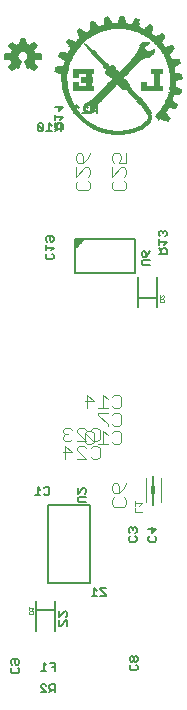
<source format=gbo>
G75*
%MOIN*%
%OFA0B0*%
%FSLAX24Y24*%
%IPPOS*%
%LPD*%
%AMOC8*
5,1,8,0,0,1.08239X$1,22.5*
%
%ADD10C,0.0050*%
%ADD11C,0.0080*%
%ADD12R,0.0483X0.0017*%
%ADD13R,0.0700X0.0017*%
%ADD14R,0.0867X0.0017*%
%ADD15R,0.1000X0.0017*%
%ADD16R,0.1117X0.0017*%
%ADD17R,0.1217X0.0017*%
%ADD18R,0.1300X0.0017*%
%ADD19R,0.0517X0.0017*%
%ADD20R,0.0550X0.0017*%
%ADD21R,0.0450X0.0017*%
%ADD22R,0.0400X0.0017*%
%ADD23R,0.0417X0.0017*%
%ADD24R,0.0367X0.0017*%
%ADD25R,0.0383X0.0017*%
%ADD26R,0.0333X0.0017*%
%ADD27R,0.0350X0.0017*%
%ADD28R,0.0317X0.0017*%
%ADD29R,0.0283X0.0017*%
%ADD30R,0.0300X0.0017*%
%ADD31R,0.0283X0.0017*%
%ADD32R,0.0283X0.0017*%
%ADD33R,0.0250X0.0017*%
%ADD34R,0.0233X0.0017*%
%ADD35R,0.0267X0.0017*%
%ADD36R,0.0217X0.0017*%
%ADD37R,0.0267X0.0017*%
%ADD38R,0.0200X0.0017*%
%ADD39R,0.0250X0.0017*%
%ADD40R,0.0183X0.0017*%
%ADD41R,0.0233X0.0017*%
%ADD42R,0.0183X0.0017*%
%ADD43R,0.0183X0.0017*%
%ADD44R,0.0167X0.0017*%
%ADD45R,0.0167X0.0017*%
%ADD46R,0.0217X0.0017*%
%ADD47R,0.0067X0.0017*%
%ADD48R,0.0150X0.0017*%
%ADD49R,0.0200X0.0017*%
%ADD50R,0.0133X0.0017*%
%ADD51R,0.0217X0.0017*%
%ADD52R,0.0017X0.0017*%
%ADD53R,0.0133X0.0017*%
%ADD54R,0.0217X0.0017*%
%ADD55R,0.0050X0.0017*%
%ADD56R,0.0300X0.0017*%
%ADD57R,0.0083X0.0017*%
%ADD58R,0.0133X0.0017*%
%ADD59R,0.0433X0.0017*%
%ADD60R,0.0133X0.0017*%
%ADD61R,0.0117X0.0017*%
%ADD62R,0.0467X0.0017*%
%ADD63R,0.0117X0.0017*%
%ADD64R,0.0483X0.0017*%
%ADD65R,0.0467X0.0017*%
%ADD66R,0.0383X0.0017*%
%ADD67R,0.0350X0.0017*%
%ADD68R,0.0150X0.0017*%
%ADD69R,0.0317X0.0017*%
%ADD70R,0.0283X0.0017*%
%ADD71R,0.0167X0.0017*%
%ADD72R,0.0267X0.0017*%
%ADD73R,0.0167X0.0017*%
%ADD74R,0.0100X0.0017*%
%ADD75R,0.0100X0.0017*%
%ADD76R,0.0233X0.0017*%
%ADD77R,0.0117X0.0017*%
%ADD78R,0.0500X0.0017*%
%ADD79R,0.0083X0.0017*%
%ADD80R,0.0500X0.0017*%
%ADD81R,0.0483X0.0017*%
%ADD82R,0.0233X0.0017*%
%ADD83R,0.0450X0.0017*%
%ADD84R,0.0433X0.0017*%
%ADD85R,0.0417X0.0017*%
%ADD86R,0.0183X0.0017*%
%ADD87R,0.0433X0.0017*%
%ADD88R,0.0333X0.0017*%
%ADD89R,0.0400X0.0017*%
%ADD90R,0.0367X0.0017*%
%ADD91R,0.0017X0.0017*%
%ADD92R,0.0333X0.0017*%
%ADD93R,0.0383X0.0017*%
%ADD94R,0.0433X0.0017*%
%ADD95R,0.0717X0.0017*%
%ADD96R,0.0700X0.0017*%
%ADD97R,0.0717X0.0017*%
%ADD98R,0.0317X0.0017*%
%ADD99R,0.0333X0.0017*%
%ADD100R,0.0733X0.0017*%
%ADD101R,0.0717X0.0017*%
%ADD102R,0.0683X0.0017*%
%ADD103R,0.0650X0.0017*%
%ADD104R,0.0617X0.0017*%
%ADD105R,0.0600X0.0017*%
%ADD106R,0.0567X0.0017*%
%ADD107R,0.0367X0.0017*%
%ADD108R,0.0533X0.0017*%
%ADD109R,0.0367X0.0017*%
%ADD110R,0.0417X0.0017*%
%ADD111R,0.0550X0.0017*%
%ADD112R,0.0583X0.0017*%
%ADD113R,0.0733X0.0017*%
%ADD114R,0.0383X0.0017*%
%ADD115R,0.0767X0.0017*%
%ADD116R,0.0783X0.0017*%
%ADD117R,0.0033X0.0017*%
%ADD118R,0.0067X0.0017*%
%ADD119R,0.0533X0.0017*%
%ADD120R,0.0567X0.0017*%
%ADD121R,0.0517X0.0017*%
%ADD122R,0.0567X0.0017*%
%ADD123R,0.0517X0.0017*%
%ADD124R,0.0317X0.0017*%
%ADD125R,0.0067X0.0017*%
%ADD126R,0.0033X0.0017*%
%ADD127R,0.0467X0.0017*%
%ADD128R,0.0583X0.0017*%
%ADD129R,0.0600X0.0017*%
%ADD130R,0.0633X0.0017*%
%ADD131R,0.0683X0.0017*%
%ADD132R,0.0650X0.0017*%
%ADD133R,0.0717X0.0017*%
%ADD134R,0.0533X0.0017*%
%ADD135R,0.0883X0.0017*%
%ADD136R,0.0750X0.0017*%
%ADD137R,0.0883X0.0017*%
%ADD138R,0.0033X0.0017*%
%ADD139R,0.1717X0.0017*%
%ADD140R,0.1683X0.0017*%
%ADD141R,0.1650X0.0017*%
%ADD142R,0.1633X0.0017*%
%ADD143R,0.1333X0.0017*%
%ADD144R,0.1283X0.0017*%
%ADD145R,0.1233X0.0017*%
%ADD146R,0.1183X0.0017*%
%ADD147R,0.0867X0.0017*%
%ADD148R,0.0767X0.0017*%
%ADD149R,0.0050X0.0017*%
%ADD150C,0.0059*%
%ADD151C,0.0010*%
%ADD152C,0.0040*%
%ADD153C,0.0028*%
%ADD154C,0.0020*%
%ADD155R,0.0118X0.0276*%
D10*
X016505Y016381D02*
X016505Y016471D01*
X016550Y016516D01*
X016550Y016630D02*
X016505Y016675D01*
X016505Y016765D01*
X016550Y016811D01*
X016730Y016811D01*
X016775Y016765D01*
X016775Y016675D01*
X016730Y016630D01*
X016685Y016630D01*
X016640Y016675D01*
X016640Y016811D01*
X016730Y016516D02*
X016775Y016471D01*
X016775Y016381D01*
X016730Y016336D01*
X016550Y016336D01*
X016505Y016381D01*
X017500Y016425D02*
X017680Y016425D01*
X017590Y016425D02*
X017590Y016695D01*
X017680Y016605D01*
X017795Y016695D02*
X017975Y016695D01*
X017975Y016425D01*
X017975Y016560D02*
X017885Y016560D01*
X017829Y015975D02*
X017784Y015930D01*
X017784Y015840D01*
X017829Y015795D01*
X017964Y015795D01*
X017874Y015795D02*
X017784Y015705D01*
X017670Y015705D02*
X017489Y015885D01*
X017489Y015930D01*
X017535Y015975D01*
X017625Y015975D01*
X017670Y015930D01*
X017829Y015975D02*
X017964Y015975D01*
X017964Y015705D01*
X017670Y015705D02*
X017489Y015705D01*
X018111Y017926D02*
X018111Y018106D01*
X018111Y018221D02*
X018291Y018401D01*
X018336Y018401D01*
X018382Y018356D01*
X018382Y018266D01*
X018336Y018221D01*
X018336Y018106D02*
X018156Y017926D01*
X018111Y017926D01*
X018382Y017926D02*
X018382Y018106D01*
X018336Y018106D01*
X018111Y018221D02*
X018111Y018401D01*
X019191Y018919D02*
X019371Y018919D01*
X019281Y018919D02*
X019281Y019189D01*
X019371Y019099D01*
X019485Y019144D02*
X019666Y018964D01*
X019666Y018919D01*
X019485Y018919D01*
X019485Y019144D02*
X019485Y019189D01*
X019666Y019189D01*
X020470Y020725D02*
X020425Y020770D01*
X020425Y020860D01*
X020470Y020905D01*
X020470Y021020D02*
X020425Y021065D01*
X020425Y021155D01*
X020470Y021200D01*
X020515Y021200D01*
X020560Y021155D01*
X020560Y021110D01*
X020560Y021155D02*
X020605Y021200D01*
X020650Y021200D01*
X020695Y021155D01*
X020695Y021065D01*
X020650Y021020D01*
X020650Y020905D02*
X020695Y020860D01*
X020695Y020770D01*
X020650Y020725D01*
X020470Y020725D01*
X021075Y020770D02*
X021075Y020860D01*
X021120Y020905D01*
X021075Y020770D02*
X021120Y020725D01*
X021300Y020725D01*
X021345Y020770D01*
X021345Y020860D01*
X021300Y020905D01*
X021210Y021020D02*
X021210Y021200D01*
X021075Y021155D02*
X021345Y021155D01*
X021210Y021020D01*
X021250Y021938D02*
X021250Y022922D01*
X019005Y022465D02*
X019005Y022375D01*
X018960Y022330D01*
X019005Y022216D02*
X018780Y022216D01*
X018735Y022171D01*
X018735Y022081D01*
X018780Y022036D01*
X019005Y022036D01*
X018735Y022330D02*
X018915Y022511D01*
X018960Y022511D01*
X019005Y022465D01*
X018735Y022511D02*
X018735Y022330D01*
X017775Y022320D02*
X017730Y022275D01*
X017640Y022275D01*
X017595Y022320D01*
X017480Y022275D02*
X017300Y022275D01*
X017390Y022275D02*
X017390Y022545D01*
X017480Y022455D01*
X017595Y022500D02*
X017640Y022545D01*
X017730Y022545D01*
X017775Y022500D01*
X017775Y022320D01*
X020500Y016911D02*
X020455Y016865D01*
X020455Y016775D01*
X020500Y016730D01*
X020545Y016730D01*
X020590Y016775D01*
X020590Y016865D01*
X020545Y016911D01*
X020500Y016911D01*
X020590Y016865D02*
X020635Y016911D01*
X020680Y016911D01*
X020725Y016865D01*
X020725Y016775D01*
X020680Y016730D01*
X020635Y016730D01*
X020590Y016775D01*
X020500Y016616D02*
X020455Y016571D01*
X020455Y016481D01*
X020500Y016436D01*
X020680Y016436D01*
X020725Y016481D01*
X020725Y016571D01*
X020680Y016616D01*
X020650Y029675D02*
X018650Y029675D01*
X018650Y030825D01*
X018650Y030500D01*
X018950Y030825D01*
X018650Y030825D01*
X020650Y030825D01*
X020650Y029675D01*
X020900Y029936D02*
X020855Y029981D01*
X020855Y030071D01*
X020900Y030116D01*
X021125Y030116D01*
X020990Y030230D02*
X021080Y030320D01*
X021125Y030411D01*
X020990Y030365D02*
X020990Y030230D01*
X020900Y030230D01*
X020855Y030275D01*
X020855Y030365D01*
X020900Y030411D01*
X020945Y030411D01*
X020990Y030365D01*
X021425Y030325D02*
X021695Y030325D01*
X021695Y030460D01*
X021650Y030505D01*
X021560Y030505D01*
X021515Y030460D01*
X021515Y030325D01*
X021515Y030415D02*
X021425Y030505D01*
X021425Y030620D02*
X021425Y030800D01*
X021425Y030710D02*
X021695Y030710D01*
X021605Y030620D01*
X021650Y030914D02*
X021695Y030959D01*
X021695Y031049D01*
X021650Y031094D01*
X021605Y031094D01*
X021560Y031049D01*
X021515Y031094D01*
X021470Y031094D01*
X021425Y031049D01*
X021425Y030959D01*
X021470Y030914D01*
X021560Y031004D02*
X021560Y031049D01*
X021125Y029936D02*
X020900Y029936D01*
X018910Y030782D02*
X018650Y030782D01*
X018650Y030734D02*
X018866Y030734D01*
X018821Y030685D02*
X018650Y030685D01*
X018650Y030637D02*
X018776Y030637D01*
X018731Y030588D02*
X018650Y030588D01*
X018650Y030540D02*
X018687Y030540D01*
X017925Y030526D02*
X017655Y030526D01*
X017655Y030436D02*
X017655Y030616D01*
X017700Y030730D02*
X017655Y030775D01*
X017655Y030865D01*
X017700Y030911D01*
X017880Y030911D01*
X017925Y030865D01*
X017925Y030775D01*
X017880Y030730D01*
X017835Y030730D01*
X017790Y030775D01*
X017790Y030911D01*
X017925Y030526D02*
X017835Y030436D01*
X017880Y030321D02*
X017925Y030276D01*
X017925Y030186D01*
X017880Y030141D01*
X017700Y030141D01*
X017655Y030186D01*
X017655Y030276D01*
X017700Y030321D01*
X017684Y034405D02*
X017864Y034405D01*
X017774Y034405D02*
X017774Y034675D01*
X017864Y034585D01*
X017979Y034540D02*
X018024Y034495D01*
X018159Y034495D01*
X018225Y034491D02*
X018225Y034626D01*
X018180Y034671D01*
X018090Y034671D01*
X018045Y034626D01*
X018045Y034491D01*
X018069Y034495D02*
X017979Y034405D01*
X017955Y034491D02*
X018225Y034491D01*
X018159Y034405D02*
X018159Y034675D01*
X018024Y034675D01*
X017979Y034630D01*
X017979Y034540D01*
X018045Y034581D02*
X017955Y034671D01*
X017955Y034786D02*
X017955Y034966D01*
X017955Y034876D02*
X018225Y034876D01*
X018135Y034786D01*
X018090Y035080D02*
X018090Y035261D01*
X017955Y035215D02*
X018225Y035215D01*
X018090Y035080D01*
X018589Y035005D02*
X018770Y035005D01*
X018680Y035005D02*
X018680Y035275D01*
X018770Y035185D01*
X018884Y035005D02*
X019064Y035005D01*
X018974Y035005D02*
X018974Y035275D01*
X019064Y035185D01*
X019179Y035140D02*
X019224Y035095D01*
X019359Y035095D01*
X019359Y035005D02*
X019359Y035275D01*
X019224Y035275D01*
X019179Y035230D01*
X019179Y035140D01*
X019269Y035095D02*
X019179Y035005D01*
X017570Y034630D02*
X017525Y034675D01*
X017435Y034675D01*
X017389Y034630D01*
X017570Y034450D01*
X017525Y034405D01*
X017435Y034405D01*
X017389Y034450D01*
X017389Y034630D01*
X017570Y034630D02*
X017570Y034450D01*
D11*
X020745Y029562D02*
X020745Y028853D01*
X021355Y028853D01*
X021355Y029562D01*
X021355Y028853D02*
X021355Y028538D01*
X020745Y028538D02*
X020745Y028853D01*
X019150Y021940D02*
X017750Y021940D01*
X017750Y019360D01*
X019150Y019360D01*
X019150Y021940D01*
X017955Y018762D02*
X017955Y018447D01*
X017345Y018447D01*
X017345Y017738D01*
X017955Y017738D02*
X017955Y018447D01*
X017345Y018447D02*
X017345Y018762D01*
D12*
X020083Y034283D03*
X021817Y035217D03*
X021817Y035233D03*
X021833Y035267D03*
X020967Y037683D03*
X019333Y037717D03*
X018633Y037283D03*
D13*
X018925Y036450D03*
X018925Y036400D03*
X018925Y036350D03*
X018925Y036300D03*
X018925Y035850D03*
X018925Y035800D03*
X018925Y035750D03*
X020075Y034300D03*
D14*
X020075Y034317D03*
D15*
X020075Y034333D03*
D16*
X020067Y034350D03*
D17*
X020067Y034367D03*
D18*
X020075Y034383D03*
D19*
X020500Y034400D03*
X020050Y036200D03*
X021700Y037150D03*
D20*
X020917Y036900D03*
X019650Y034400D03*
X019017Y037600D03*
D21*
X018200Y036467D03*
X018183Y036383D03*
X019183Y035283D03*
X019567Y034417D03*
X020583Y034417D03*
X021583Y034833D03*
X021600Y034817D03*
X021833Y035283D03*
X021983Y035683D03*
X021933Y036667D03*
X021933Y036683D03*
X021917Y036717D03*
X021917Y036733D03*
X021900Y036767D03*
X020983Y037667D03*
X019867Y036367D03*
X020050Y036167D03*
D22*
X019775Y036517D03*
X019775Y036533D03*
X020758Y036817D03*
X021708Y037067D03*
X021925Y036633D03*
X022008Y036133D03*
X021825Y035317D03*
X021542Y034917D03*
X020642Y034433D03*
X018625Y037233D03*
X018358Y036833D03*
X018242Y036533D03*
D23*
X018200Y036367D03*
X019500Y034433D03*
X021700Y037083D03*
D24*
X021908Y036600D03*
X020692Y034450D03*
X019342Y035400D03*
D25*
X019450Y034450D03*
X021700Y037050D03*
D26*
X021392Y037367D03*
X021092Y037583D03*
X020658Y036733D03*
X020642Y036717D03*
X020608Y036683D03*
X020592Y036667D03*
X020558Y036633D03*
X020542Y036617D03*
X020508Y036583D03*
X020492Y036567D03*
X020458Y036533D03*
X020442Y036517D03*
X020408Y036483D03*
X020392Y036467D03*
X020358Y036433D03*
X020342Y036417D03*
X020308Y036383D03*
X020292Y036367D03*
X019808Y035867D03*
X019758Y035817D03*
X019708Y035767D03*
X019658Y035717D03*
X019608Y035667D03*
X019558Y035617D03*
X019508Y035567D03*
X019108Y035033D03*
X019358Y034483D03*
X020742Y034467D03*
D27*
X021817Y035333D03*
X020683Y036767D03*
X021383Y037383D03*
X021700Y037033D03*
X019867Y036417D03*
X019850Y036433D03*
X019867Y035933D03*
X019850Y035917D03*
X019483Y035533D03*
X019467Y035517D03*
X019433Y035483D03*
X019417Y035467D03*
X019383Y035433D03*
X019367Y035417D03*
X019400Y034467D03*
X018233Y036333D03*
D28*
X018883Y037433D03*
X018933Y037467D03*
X019833Y036467D03*
X020283Y035883D03*
X020333Y035833D03*
X020383Y035783D03*
X020783Y034483D03*
X021167Y037533D03*
D29*
X020817Y034500D03*
D30*
X019325Y034500D03*
X018308Y036550D03*
X018858Y037400D03*
X018908Y037450D03*
X020992Y037300D03*
X021692Y037000D03*
D31*
X021950Y036083D03*
X021800Y035383D03*
X020850Y034517D03*
X019250Y034533D03*
X018850Y037683D03*
D32*
X018817Y037367D03*
X019283Y037883D03*
X018383Y036767D03*
X019283Y034517D03*
X020883Y037083D03*
X021933Y036317D03*
X021933Y035833D03*
D33*
X021633Y035133D03*
X021600Y035083D03*
X021567Y035033D03*
X021550Y035017D03*
X021667Y034767D03*
X020883Y034533D03*
X020917Y035267D03*
X020817Y035367D03*
X020783Y035433D03*
X020750Y035467D03*
X020733Y035483D03*
X020883Y037117D03*
X020917Y037233D03*
X021017Y037333D03*
X021417Y037317D03*
X021450Y037283D03*
X021467Y037267D03*
X021500Y037217D03*
X021683Y036967D03*
X021517Y037567D03*
X021117Y037833D03*
X020667Y037983D03*
X020200Y038033D03*
X020200Y038067D03*
X019733Y038033D03*
X019733Y038017D03*
X019267Y037917D03*
X018500Y037383D03*
X018617Y037133D03*
X018583Y037083D03*
X018567Y037067D03*
X018550Y037033D03*
X018533Y037017D03*
X019167Y034583D03*
D34*
X019058Y034650D03*
X019092Y035900D03*
X019092Y035950D03*
X019092Y036000D03*
X019092Y036200D03*
X019092Y036250D03*
X018392Y036700D03*
X018358Y036600D03*
X019608Y036650D03*
X019658Y036600D03*
X019692Y036550D03*
X020458Y035750D03*
X020508Y035700D03*
X020808Y035400D03*
X021358Y035900D03*
X021358Y035950D03*
X021358Y036000D03*
X021358Y036050D03*
X021358Y036100D03*
X021358Y036150D03*
X021358Y036200D03*
X021358Y036250D03*
X021692Y036950D03*
X021808Y037200D03*
X021642Y035150D03*
X021608Y035100D03*
X020908Y034550D03*
D35*
X020875Y035300D03*
X020825Y035350D03*
X021875Y036550D03*
X019275Y037900D03*
X018625Y037150D03*
X018275Y036300D03*
X019225Y034550D03*
D36*
X019017Y034683D03*
X019117Y034983D03*
X018283Y036067D03*
X018283Y036083D03*
X018283Y036117D03*
X018283Y036133D03*
X018283Y036167D03*
X018283Y036183D03*
X018283Y036217D03*
X018283Y036233D03*
X018283Y036267D03*
X018283Y036283D03*
X018367Y036633D03*
X018383Y036683D03*
X018817Y037733D03*
X019717Y038083D03*
X020683Y038033D03*
X021133Y037867D03*
X020883Y037183D03*
X020883Y037167D03*
X020883Y037133D03*
X021717Y036883D03*
X021783Y035433D03*
X021783Y035417D03*
X021017Y035133D03*
X020983Y035183D03*
X020683Y035517D03*
X020667Y035533D03*
X020633Y035567D03*
X020617Y035583D03*
X020583Y035617D03*
X020567Y035633D03*
X020533Y035667D03*
X020517Y035683D03*
X020967Y034583D03*
X020933Y034567D03*
X019667Y036583D03*
D37*
X019742Y037983D03*
X020192Y038017D03*
X020658Y037967D03*
X021008Y037317D03*
X020958Y037267D03*
X021408Y037333D03*
X021692Y036983D03*
X021108Y037817D03*
X020842Y035333D03*
X020858Y035317D03*
X020892Y035283D03*
X019242Y035233D03*
X019192Y034567D03*
X018608Y037117D03*
D38*
X019292Y036950D03*
X019342Y036900D03*
X019392Y036850D03*
X019442Y036800D03*
X019492Y036750D03*
X019542Y036700D03*
X018675Y035900D03*
X018308Y035850D03*
X018292Y035950D03*
X018292Y036000D03*
X018825Y034850D03*
X018875Y034800D03*
X020975Y034600D03*
X021042Y035100D03*
X021008Y035150D03*
X021792Y035450D03*
X021808Y035500D03*
X021825Y035550D03*
X021758Y036800D03*
X021708Y036900D03*
X020892Y037200D03*
D39*
X020883Y037100D03*
X021433Y037300D03*
X021517Y037200D03*
X021917Y035850D03*
X021867Y035600D03*
X021783Y035400D03*
X021583Y035050D03*
X020767Y035450D03*
X019133Y034600D03*
X018533Y037000D03*
X018567Y037050D03*
X020200Y038050D03*
D40*
X020200Y038167D03*
X021900Y036033D03*
X021900Y036017D03*
X021900Y035983D03*
X021900Y035967D03*
X021900Y035933D03*
X021900Y035917D03*
X021900Y035883D03*
X021050Y035083D03*
X021050Y034667D03*
X021000Y034617D03*
X018800Y034883D03*
X018750Y034933D03*
X018600Y035133D03*
X018400Y035517D03*
X018350Y035667D03*
X018350Y035683D03*
X018300Y035917D03*
D41*
X018358Y036617D03*
X018392Y036717D03*
X018392Y036733D03*
X019092Y036283D03*
X019092Y036267D03*
X019092Y036233D03*
X019092Y036217D03*
X019092Y036183D03*
X019092Y035983D03*
X019092Y035967D03*
X019092Y035933D03*
X019092Y035917D03*
X019642Y036617D03*
X020442Y035767D03*
X020492Y035717D03*
X020792Y035417D03*
X020808Y035383D03*
X020942Y035233D03*
X020958Y035217D03*
X021592Y035067D03*
X021358Y035917D03*
X021358Y035933D03*
X021358Y035967D03*
X021358Y035983D03*
X021358Y036017D03*
X021358Y036033D03*
X021358Y036067D03*
X021358Y036083D03*
X021358Y036117D03*
X021358Y036133D03*
X021358Y036167D03*
X021358Y036183D03*
X021358Y036217D03*
X021358Y036233D03*
X021358Y036267D03*
X021358Y036283D03*
X021492Y037233D03*
X019258Y037933D03*
X019042Y034667D03*
X019092Y034633D03*
X019108Y034617D03*
D42*
X018817Y034867D03*
X018767Y034917D03*
X018717Y034967D03*
X018683Y035017D03*
X018667Y035033D03*
X018633Y035083D03*
X018567Y035183D03*
X018533Y035233D03*
X018517Y035267D03*
X018483Y035333D03*
X018467Y035367D03*
X018433Y035433D03*
X018417Y035483D03*
X018383Y035567D03*
X018367Y035617D03*
X018367Y035633D03*
X018333Y035717D03*
X018333Y035733D03*
X018333Y035767D03*
X018317Y035783D03*
X018317Y035817D03*
X018317Y035833D03*
X018667Y035917D03*
X018667Y035933D03*
X018667Y035967D03*
X018667Y036217D03*
X018667Y036233D03*
X018667Y036267D03*
X019267Y036983D03*
X019667Y036567D03*
X019267Y035217D03*
X020933Y035917D03*
X020933Y035933D03*
X021067Y035067D03*
X021017Y034633D03*
X021833Y035583D03*
X021883Y036333D03*
X021883Y036367D03*
X021883Y036383D03*
X021867Y036417D03*
X021867Y036433D03*
X021867Y036467D03*
D43*
X021867Y036450D03*
X021883Y036400D03*
X021883Y036350D03*
X021067Y035050D03*
X021033Y034650D03*
X021683Y034750D03*
X020933Y035900D03*
X019233Y038000D03*
X018483Y037400D03*
X018667Y036250D03*
X018667Y035950D03*
X018317Y035800D03*
X018333Y035750D03*
X018617Y035100D03*
X018733Y034950D03*
X018783Y034900D03*
D44*
X018708Y034983D03*
X018642Y035067D03*
X018608Y035117D03*
X018542Y035217D03*
X018508Y035283D03*
X018492Y035317D03*
X018458Y035383D03*
X018442Y035417D03*
X018392Y035533D03*
X018658Y035983D03*
X018658Y036017D03*
X018658Y036183D03*
X019258Y037017D03*
X019242Y037033D03*
X019208Y037067D03*
X019708Y038133D03*
X020208Y038183D03*
X020692Y038083D03*
X021192Y037033D03*
X022042Y036783D03*
X021092Y035017D03*
X021108Y034967D03*
X021058Y034683D03*
D45*
X021075Y034700D03*
X020925Y035950D03*
X020925Y036000D03*
X019225Y037050D03*
X018225Y037000D03*
X018375Y035600D03*
X018425Y035450D03*
X018475Y035350D03*
X018525Y035250D03*
D46*
X019000Y034700D03*
X020550Y035650D03*
X020600Y035600D03*
X020650Y035550D03*
X020700Y035500D03*
X019250Y037950D03*
X020200Y038100D03*
D47*
X019025Y037233D03*
X021725Y034717D03*
D48*
X021100Y034733D03*
X021083Y034717D03*
X021117Y034933D03*
X021100Y034983D03*
X020917Y036017D03*
X019267Y035183D03*
X019233Y035083D03*
X019217Y035067D03*
X019117Y034967D03*
X018467Y037417D03*
X019700Y038167D03*
X020200Y038217D03*
X020700Y038117D03*
D49*
X020692Y038067D03*
X021142Y037883D03*
X021525Y037583D03*
X021692Y036933D03*
X021725Y036867D03*
X021742Y036833D03*
X021742Y036817D03*
X021758Y036783D03*
X021858Y036517D03*
X021858Y036483D03*
X021892Y035867D03*
X021825Y035567D03*
X021825Y035533D03*
X021808Y035517D03*
X021808Y035483D03*
X021792Y035467D03*
X021025Y035117D03*
X019575Y036667D03*
X019558Y036683D03*
X019525Y036717D03*
X019508Y036733D03*
X019475Y036767D03*
X019458Y036783D03*
X019425Y036817D03*
X019408Y036833D03*
X019375Y036867D03*
X019358Y036883D03*
X019325Y036917D03*
X019308Y036933D03*
X019275Y036967D03*
X019242Y037983D03*
X019708Y038117D03*
X020208Y038133D03*
X018675Y036283D03*
X018292Y036033D03*
X018292Y036017D03*
X018292Y035983D03*
X018292Y035967D03*
X018292Y035933D03*
X018308Y035883D03*
X018308Y035867D03*
X018842Y034833D03*
X018858Y034817D03*
X018892Y034783D03*
X018908Y034767D03*
X018975Y034717D03*
D50*
X018992Y035067D03*
X018992Y035217D03*
X019008Y035233D03*
X019258Y035167D03*
X019258Y035133D03*
X021108Y034767D03*
X021708Y034733D03*
X019708Y038183D03*
X018808Y037767D03*
D51*
X019250Y037967D03*
X020200Y038083D03*
X020200Y038117D03*
X020900Y037217D03*
X021700Y036917D03*
X021000Y035167D03*
X018950Y034733D03*
X018350Y036567D03*
X018350Y036583D03*
D52*
X019750Y038200D03*
X021450Y034750D03*
D53*
X021108Y034750D03*
X019892Y036550D03*
X019258Y035150D03*
X019242Y035100D03*
D54*
X018933Y034750D03*
X018283Y036050D03*
X018283Y036100D03*
X018283Y036150D03*
X018283Y036200D03*
X018283Y036250D03*
X019717Y038100D03*
X020683Y038050D03*
X020883Y037150D03*
X021733Y036850D03*
X020967Y035200D03*
D55*
X021450Y034767D03*
X020283Y035767D03*
X021267Y037117D03*
X018983Y037283D03*
D56*
X018875Y037417D03*
X018842Y037383D03*
X018625Y037167D03*
X018508Y037367D03*
X019108Y035017D03*
X020892Y037067D03*
X020975Y037283D03*
X021492Y037533D03*
X021892Y036567D03*
X021808Y035367D03*
X021542Y034983D03*
X021658Y034783D03*
D57*
X021450Y034783D03*
X018450Y037433D03*
D58*
X021225Y037067D03*
X021125Y034917D03*
X021125Y034883D03*
X021125Y034817D03*
X021125Y034783D03*
D59*
X021542Y034900D03*
X021608Y034800D03*
X021992Y035700D03*
X021992Y035750D03*
X020058Y036150D03*
X018992Y037550D03*
D60*
X021125Y034900D03*
X021125Y034800D03*
D61*
X021133Y034833D03*
X021133Y034867D03*
X019167Y037083D03*
D62*
X020092Y036100D03*
X021558Y034850D03*
X018192Y036400D03*
X018192Y036450D03*
X018208Y036500D03*
D63*
X018983Y035200D03*
X021133Y034850D03*
D64*
X021550Y034867D03*
X020050Y036183D03*
X019000Y037567D03*
X021700Y037117D03*
D65*
X021542Y034883D03*
X018192Y036417D03*
X018192Y036433D03*
X018208Y036483D03*
X018208Y036517D03*
X018342Y036867D03*
D66*
X019300Y035367D03*
X019800Y036483D03*
X020150Y037983D03*
X021550Y034933D03*
D67*
X021550Y034950D03*
X021967Y035800D03*
X020667Y036750D03*
X021067Y037600D03*
X019500Y035550D03*
X019450Y035500D03*
X019400Y035450D03*
X019117Y035050D03*
X018367Y036800D03*
X018967Y037500D03*
D68*
X020200Y038200D03*
X021150Y037900D03*
X021533Y037600D03*
X021217Y037050D03*
X021950Y035150D03*
X021117Y034950D03*
D69*
X021550Y034967D03*
X021950Y035817D03*
X021900Y036583D03*
X021700Y037017D03*
X020350Y035817D03*
X020300Y035867D03*
X018950Y037483D03*
X018250Y036317D03*
D70*
X020200Y038000D03*
X021400Y037350D03*
X021550Y035000D03*
D71*
X021092Y035000D03*
X021042Y037350D03*
X020692Y038100D03*
X019708Y038150D03*
X018808Y037750D03*
X019258Y037000D03*
X018658Y036200D03*
X018658Y036000D03*
X018358Y035650D03*
X018392Y035550D03*
X018408Y035500D03*
X018558Y035200D03*
X018592Y035150D03*
X018658Y035050D03*
X018692Y035000D03*
X019258Y035200D03*
D72*
X019108Y035000D03*
X018392Y036750D03*
X018592Y037100D03*
X018842Y037700D03*
X019742Y038000D03*
X020658Y037950D03*
X020942Y037250D03*
X021092Y037800D03*
X021508Y037550D03*
D73*
X021825Y037217D03*
X020925Y035983D03*
X020925Y035967D03*
X021075Y035033D03*
X019225Y038017D03*
X018375Y035583D03*
X018425Y035467D03*
X018575Y035167D03*
D74*
X018975Y035183D03*
X018975Y035133D03*
X018975Y035117D03*
X018975Y035083D03*
X019892Y036567D03*
X019142Y037117D03*
X019125Y037133D03*
X019092Y037167D03*
X019242Y038033D03*
X021242Y037083D03*
X021542Y037617D03*
X021858Y037233D03*
D75*
X019158Y037100D03*
X019108Y037150D03*
X018958Y035150D03*
X018975Y035100D03*
D76*
X019625Y036633D03*
X020475Y035733D03*
X021625Y035117D03*
X021925Y036067D03*
X021875Y036533D03*
X020675Y038017D03*
X019725Y038067D03*
X018825Y037717D03*
X018375Y036667D03*
D77*
X019250Y035117D03*
X021150Y037917D03*
D78*
X021358Y037467D03*
X021708Y037133D03*
X020825Y036833D03*
X020092Y036083D03*
X019375Y037733D03*
X018375Y036967D03*
X018358Y036933D03*
X018358Y036917D03*
X018342Y036883D03*
X021792Y035183D03*
X021792Y035167D03*
D79*
X020683Y038133D03*
X019083Y037183D03*
X018967Y035167D03*
D80*
X018342Y036900D03*
X021808Y035200D03*
D81*
X021833Y035250D03*
X021367Y037450D03*
D82*
X021475Y037250D03*
X021125Y037850D03*
X020675Y038000D03*
X019725Y038050D03*
X018375Y036650D03*
X020925Y035250D03*
D83*
X019867Y036350D03*
X019200Y035300D03*
X019167Y035250D03*
X018350Y036850D03*
X019300Y037700D03*
X021700Y037100D03*
X021900Y036750D03*
X021917Y036700D03*
X021933Y036650D03*
D84*
X022025Y036167D03*
X021975Y035667D03*
X021975Y035633D03*
X021375Y037433D03*
X020075Y036133D03*
X019225Y035317D03*
X019175Y035267D03*
D85*
X021833Y035300D03*
X022017Y036200D03*
X022017Y036250D03*
D86*
X021900Y036050D03*
X021900Y036000D03*
X021900Y035950D03*
X021900Y035900D03*
X021850Y036500D03*
X020200Y038150D03*
X018300Y035900D03*
X018350Y035700D03*
X018450Y035400D03*
X018500Y035300D03*
D87*
X019242Y035333D03*
X020092Y036117D03*
X019258Y037683D03*
X021992Y035767D03*
X021992Y035733D03*
X021992Y035717D03*
D88*
X021808Y035350D03*
X019842Y035900D03*
X019792Y035850D03*
X019742Y035800D03*
X019692Y035750D03*
X019642Y035700D03*
X019592Y035650D03*
X019542Y035600D03*
X019842Y036450D03*
D89*
X019792Y036500D03*
X019275Y035350D03*
X020992Y037650D03*
D90*
X020275Y035917D03*
X019325Y035383D03*
X019025Y036017D03*
X019025Y036033D03*
X019025Y036067D03*
X019025Y036083D03*
X019025Y036117D03*
X019025Y036133D03*
X019025Y036167D03*
D91*
X020833Y035500D03*
X021133Y037950D03*
D92*
X021125Y037567D03*
X019825Y035883D03*
X019775Y035833D03*
X019725Y035783D03*
X019675Y035733D03*
X019625Y035683D03*
X019575Y035633D03*
X019525Y035583D03*
X018375Y036783D03*
X018625Y037183D03*
D93*
X018617Y037217D03*
X018967Y037517D03*
X018367Y036817D03*
X020267Y035933D03*
X021367Y036317D03*
X021367Y036333D03*
X021367Y036367D03*
X021367Y036383D03*
X021367Y036417D03*
X021367Y036433D03*
X021917Y036617D03*
X021983Y035783D03*
X021933Y035617D03*
D94*
X021975Y035650D03*
X022025Y036150D03*
X018625Y037250D03*
D95*
X021200Y035883D03*
X021200Y035867D03*
X021200Y035833D03*
X021200Y035817D03*
X021200Y035783D03*
X021200Y035767D03*
X021200Y035733D03*
D96*
X019508Y037783D03*
X018925Y036433D03*
X018925Y036417D03*
X018925Y036383D03*
X018925Y036367D03*
X018925Y036333D03*
X018925Y036317D03*
X018925Y035883D03*
X018925Y035867D03*
X018925Y035833D03*
X018925Y035817D03*
X018925Y035783D03*
X018925Y035767D03*
X018925Y035733D03*
D97*
X021200Y035750D03*
X021200Y035800D03*
X021200Y035850D03*
D98*
X021967Y036100D03*
X020367Y035800D03*
X020317Y035850D03*
D99*
X020275Y035900D03*
X020275Y036350D03*
X020325Y036400D03*
X020375Y036450D03*
X020425Y036500D03*
X020475Y036550D03*
X020525Y036600D03*
X020575Y036650D03*
X020625Y036700D03*
X021975Y036300D03*
D100*
X020075Y035950D03*
D101*
X020083Y035967D03*
X019083Y037667D03*
D102*
X020033Y036267D03*
X020083Y035983D03*
D103*
X020083Y036000D03*
X020033Y036250D03*
D104*
X020083Y036017D03*
D105*
X020092Y036033D03*
D106*
X020092Y036050D03*
X020958Y036950D03*
X020992Y037000D03*
X021342Y037500D03*
D107*
X020725Y036800D03*
X019025Y036150D03*
X019025Y036100D03*
X019025Y036050D03*
X018625Y037200D03*
D108*
X020092Y036067D03*
X021358Y037483D03*
D109*
X021042Y037617D03*
X021008Y037633D03*
X020908Y037033D03*
X020708Y036783D03*
X021992Y036117D03*
D110*
X022017Y036183D03*
X022017Y036217D03*
X022017Y036233D03*
X022017Y036267D03*
X022017Y036283D03*
X021383Y037417D03*
X019867Y036383D03*
X018983Y037533D03*
D111*
X018633Y037317D03*
X020050Y036217D03*
X020883Y036867D03*
X020900Y036883D03*
X020933Y036917D03*
X020967Y036967D03*
X021000Y037017D03*
D112*
X020050Y036233D03*
D113*
X020025Y036283D03*
D114*
X019867Y036400D03*
X021367Y036400D03*
X021367Y036450D03*
X021367Y036350D03*
X021367Y036300D03*
X021383Y037400D03*
X018217Y036350D03*
D115*
X020025Y036300D03*
D116*
X020033Y036317D03*
X020033Y036333D03*
X020833Y037767D03*
D117*
X019642Y036467D03*
D118*
X019892Y036583D03*
X019042Y037217D03*
X018992Y037267D03*
X018808Y037783D03*
X021142Y037933D03*
X021542Y037633D03*
D119*
X020942Y037700D03*
X020858Y036850D03*
D120*
X020942Y036933D03*
D121*
X018633Y037300D03*
X018367Y036950D03*
D122*
X020975Y036983D03*
D123*
X021667Y037183D03*
X021683Y037167D03*
X019017Y037583D03*
X018383Y036983D03*
D124*
X020900Y037050D03*
X021150Y037550D03*
D125*
X021258Y037100D03*
X019058Y037200D03*
X019008Y037250D03*
D126*
X018975Y037300D03*
X021875Y037250D03*
D127*
X018625Y037267D03*
D128*
X018633Y037333D03*
X019033Y037617D03*
X019467Y037767D03*
X020917Y037717D03*
X021333Y037517D03*
D129*
X018642Y037350D03*
D130*
X019042Y037633D03*
D131*
X019067Y037650D03*
D132*
X020900Y037733D03*
D133*
X020867Y037750D03*
D134*
X019425Y037750D03*
D135*
X020783Y037783D03*
D136*
X020533Y037800D03*
D137*
X019600Y037800D03*
D138*
X018808Y037800D03*
D139*
X020017Y037817D03*
D140*
X020000Y037833D03*
D141*
X019983Y037850D03*
D142*
X019975Y037867D03*
D143*
X020125Y037883D03*
D144*
X020150Y037900D03*
D145*
X020175Y037917D03*
D146*
X020200Y037933D03*
D147*
X020042Y037950D03*
D148*
X019992Y037967D03*
D149*
X019250Y038050D03*
D150*
X017365Y037264D02*
X017244Y037115D01*
X017275Y037055D01*
X017296Y036991D01*
X017486Y036972D01*
X017486Y036828D01*
X017296Y036809D01*
X017275Y036745D01*
X017244Y036685D01*
X017365Y036536D01*
X017264Y036435D01*
X017115Y036556D01*
X017055Y036525D01*
X016971Y036729D01*
X017008Y036751D01*
X017040Y036780D01*
X017064Y036816D01*
X017079Y036857D01*
X017085Y036900D01*
X017079Y036944D01*
X017064Y036985D01*
X017039Y037022D01*
X017006Y037051D01*
X016967Y037072D01*
X016924Y037083D01*
X016880Y037083D01*
X016837Y037073D01*
X016798Y037053D01*
X016764Y037025D01*
X016738Y036989D01*
X016722Y036948D01*
X016716Y036904D01*
X016720Y036860D01*
X016735Y036818D01*
X016759Y036781D01*
X016791Y036751D01*
X016829Y036729D01*
X016745Y036525D01*
X016685Y036556D01*
X016536Y036435D01*
X016435Y036536D01*
X016556Y036685D01*
X016525Y036745D01*
X016504Y036809D01*
X016314Y036828D01*
X016314Y036972D01*
X016504Y036991D01*
X016525Y037055D01*
X016556Y037115D01*
X016435Y037264D01*
X016536Y037365D01*
X016685Y037244D01*
X016745Y037275D01*
X016809Y037296D01*
X016828Y037486D01*
X016972Y037486D01*
X016991Y037296D01*
X017055Y037275D01*
X017115Y037244D01*
X017264Y037365D01*
X017365Y037264D01*
X017338Y037291D02*
X017172Y037291D01*
X017243Y037348D02*
X017281Y037348D01*
X017341Y037233D02*
X016459Y037233D01*
X016462Y037291D02*
X016628Y037291D01*
X016557Y037348D02*
X016519Y037348D01*
X016506Y037176D02*
X017294Y037176D01*
X017247Y037118D02*
X016553Y037118D01*
X016528Y037061D02*
X016812Y037061D01*
X016749Y037003D02*
X016508Y037003D01*
X016314Y036945D02*
X016721Y036945D01*
X016717Y036888D02*
X016314Y036888D01*
X016314Y036830D02*
X016730Y036830D01*
X016768Y036773D02*
X016516Y036773D01*
X016540Y036715D02*
X016823Y036715D01*
X016800Y036658D02*
X016534Y036658D01*
X016487Y036600D02*
X016776Y036600D01*
X016752Y036543D02*
X016710Y036543D01*
X016669Y036543D02*
X016440Y036543D01*
X016486Y036485D02*
X016598Y036485D01*
X017000Y036658D02*
X017266Y036658D01*
X017260Y036715D02*
X016977Y036715D01*
X017032Y036773D02*
X017284Y036773D01*
X017313Y036600D02*
X017024Y036600D01*
X017048Y036543D02*
X017090Y036543D01*
X017131Y036543D02*
X017360Y036543D01*
X017314Y036485D02*
X017202Y036485D01*
X017070Y036830D02*
X017486Y036830D01*
X017486Y036888D02*
X017083Y036888D01*
X017079Y036945D02*
X017486Y036945D01*
X017292Y037003D02*
X017051Y037003D01*
X016988Y037061D02*
X017272Y037061D01*
X017006Y037291D02*
X016794Y037291D01*
X016814Y037348D02*
X016986Y037348D01*
X016980Y037406D02*
X016820Y037406D01*
X016826Y037463D02*
X016974Y037463D01*
D151*
X021455Y028952D02*
X021455Y028852D01*
X021555Y028952D01*
X021580Y028952D01*
X021605Y028927D01*
X021605Y028877D01*
X021580Y028852D01*
X021580Y028805D02*
X021605Y028780D01*
X021605Y028705D01*
X021455Y028705D01*
X021455Y028780D01*
X021480Y028805D01*
X021580Y028805D01*
X017245Y018508D02*
X017095Y018508D01*
X017095Y018458D02*
X017095Y018558D01*
X017195Y018458D02*
X017245Y018508D01*
X017220Y018410D02*
X017245Y018385D01*
X017245Y018310D01*
X017095Y018310D01*
X017095Y018385D01*
X017120Y018410D01*
X017220Y018410D01*
D152*
X019947Y021899D02*
X019870Y021976D01*
X019870Y022129D01*
X019947Y022206D01*
X019947Y022360D02*
X019870Y022436D01*
X019870Y022590D01*
X019947Y022667D01*
X020023Y022667D01*
X020100Y022590D01*
X020100Y022360D01*
X019947Y022360D01*
X020100Y022360D02*
X020254Y022513D01*
X020330Y022667D01*
X020254Y022206D02*
X020330Y022129D01*
X020330Y021976D01*
X020254Y021899D01*
X019947Y021899D01*
X019384Y023470D02*
X019231Y023470D01*
X019154Y023547D01*
X019001Y023470D02*
X018694Y023777D01*
X018694Y023854D01*
X018771Y023930D01*
X018924Y023930D01*
X019001Y023854D01*
X019029Y023970D02*
X019182Y023970D01*
X019259Y024047D01*
X018952Y024354D01*
X018952Y024047D01*
X019029Y023970D01*
X019001Y024070D02*
X018694Y024377D01*
X018694Y024454D01*
X018771Y024530D01*
X018924Y024530D01*
X019001Y024454D01*
X019029Y024430D02*
X018952Y024354D01*
X019029Y024430D02*
X019182Y024430D01*
X019259Y024354D01*
X019259Y024047D01*
X019231Y024070D02*
X019154Y024147D01*
X019231Y024070D02*
X019384Y024070D01*
X019461Y024147D01*
X019461Y024454D01*
X019384Y024530D01*
X019231Y024530D01*
X019154Y024454D01*
X019566Y024430D02*
X019566Y023970D01*
X019413Y023970D02*
X019720Y023970D01*
X019873Y024047D02*
X019950Y023970D01*
X020103Y023970D01*
X020180Y024047D01*
X020180Y024354D01*
X020103Y024430D01*
X019950Y024430D01*
X019873Y024354D01*
X019720Y024277D02*
X019566Y024430D01*
X019720Y024570D02*
X019720Y024647D01*
X019413Y024954D01*
X019413Y025030D01*
X019720Y025030D01*
X019720Y025170D02*
X019413Y025170D01*
X019566Y025170D02*
X019566Y025630D01*
X019720Y025477D01*
X019873Y025554D02*
X019950Y025630D01*
X020103Y025630D01*
X020180Y025554D01*
X020180Y025247D01*
X020103Y025170D01*
X019950Y025170D01*
X019873Y025247D01*
X019950Y025030D02*
X019873Y024954D01*
X019950Y025030D02*
X020103Y025030D01*
X020180Y024954D01*
X020180Y024647D01*
X020103Y024570D01*
X019950Y024570D01*
X019873Y024647D01*
X019384Y023930D02*
X019461Y023854D01*
X019461Y023547D01*
X019384Y023470D01*
X019001Y023470D02*
X018694Y023470D01*
X018540Y023700D02*
X018233Y023700D01*
X018310Y023470D02*
X018310Y023930D01*
X018540Y023700D01*
X018464Y024070D02*
X018310Y024070D01*
X018233Y024147D01*
X018233Y024223D01*
X018310Y024300D01*
X018387Y024300D01*
X018310Y024300D02*
X018233Y024377D01*
X018233Y024454D01*
X018310Y024530D01*
X018464Y024530D01*
X018540Y024454D01*
X018540Y024147D02*
X018464Y024070D01*
X018694Y024070D02*
X019001Y024070D01*
X019154Y023854D02*
X019231Y023930D01*
X019384Y023930D01*
X019029Y025170D02*
X019029Y025630D01*
X019259Y025400D01*
X018952Y025400D01*
X019054Y032439D02*
X018747Y032439D01*
X018670Y032516D01*
X018670Y032669D01*
X018747Y032746D01*
X018670Y032899D02*
X018977Y033206D01*
X019054Y033206D01*
X019130Y033129D01*
X019130Y032976D01*
X019054Y032899D01*
X019054Y032746D02*
X019130Y032669D01*
X019130Y032516D01*
X019054Y032439D01*
X018670Y032899D02*
X018670Y033206D01*
X018747Y033360D02*
X018670Y033436D01*
X018670Y033590D01*
X018747Y033667D01*
X018823Y033667D01*
X018900Y033590D01*
X018900Y033360D01*
X018747Y033360D01*
X018900Y033360D02*
X019054Y033513D01*
X019130Y033667D01*
X019870Y033590D02*
X019870Y033436D01*
X019947Y033360D01*
X020100Y033360D02*
X020177Y033513D01*
X020177Y033590D01*
X020100Y033667D01*
X019947Y033667D01*
X019870Y033590D01*
X020100Y033360D02*
X020330Y033360D01*
X020330Y033667D01*
X020254Y033206D02*
X020330Y033129D01*
X020330Y032976D01*
X020254Y032899D01*
X020254Y032746D02*
X020330Y032669D01*
X020330Y032516D01*
X020254Y032439D01*
X019947Y032439D01*
X019870Y032516D01*
X019870Y032669D01*
X019947Y032746D01*
X019870Y032899D02*
X019870Y033206D01*
X019870Y032899D02*
X020177Y033206D01*
X020254Y033206D01*
D153*
X021004Y022844D02*
X021004Y022056D01*
X021496Y022056D02*
X021496Y022844D01*
D154*
X020855Y022004D02*
X020635Y022004D01*
X020635Y021931D02*
X020635Y022078D01*
X020782Y021931D02*
X020855Y022004D01*
X020635Y021857D02*
X020635Y021710D01*
X020855Y021710D01*
D155*
X021250Y022450D03*
M02*

</source>
